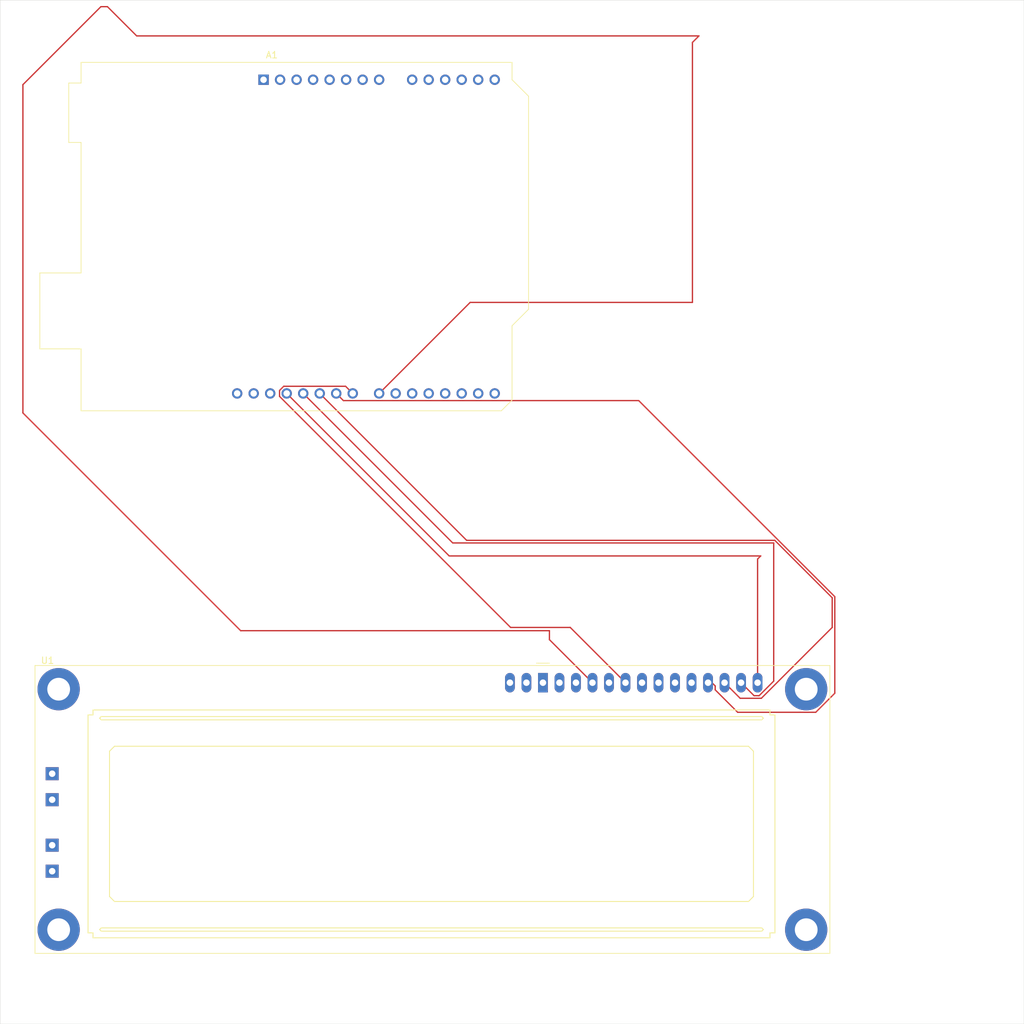
<source format=kicad_pcb>
(kicad_pcb (version 20240108) (generator "pcbnew") (generator_version "8.0")
  (layers (0 "F.Cu" signal) (31 "B.Cu" signal) (34 "B.Paste" user) (35 "F.Paste" user) (36 "B.SilkS" user "B.Silkscreen") (37 "F.SilkS" user "F.Silkscreen") (38 "B.Mask" user) (39 "F.Mask" user) (44 "Edge.Cuts" user))
  (net 0 "")
  (net 2 "Net-(A1-D8)")
  (net 3 "Net-(A1-D7)")
  (net 5 "Net-(A1-D12)")
  (net 10 "Net-(A1-D11)")
  (net 11 "Net-(A1-D2)")
  (net 17 "Net-(A1-D10)")
  (net 19 "Net-(A1-D9)")
  (net 23 "Net-(A1-D4)")
  (net 30 "Net-(A1-D3)")
  (footprint "Module:Arduino_UNO_R2" (layer "F.Cu") (at 54.52 38.24)
    (property "Reference" "A1" (at 1.27 -3.81 360) (layer "F.SilkS"))
    (property "Value" "Arduino_UNO_R2")
    (fp_line (start -34.42 29.72) (end -34.42 41.4) (stroke (width 0.12)) (layer "F.SilkS"))
    (fp_line (start -34.42 41.4) (end -28.07 41.4) (stroke (width 0.12)) (layer "F.SilkS"))
    (fp_line (start -29.97 0.51) (end -29.97 9.65) (stroke (width 0.12)) (layer "F.SilkS"))
    (fp_line (start -29.97 9.65) (end -28.07 9.65) (stroke (width 0.12)) (layer "F.SilkS"))
    (fp_line (start -28.07 -2.67) (end -28.07 0.51) (stroke (width 0.12)) (layer "F.SilkS"))
    (fp_line (start -28.07 0.51) (end -29.97 0.51) (stroke (width 0.12)) (layer "F.SilkS"))
    (fp_line (start -28.07 9.65) (end -28.07 29.72) (stroke (width 0.12)) (layer "F.SilkS"))
    (fp_line (start -28.07 29.72) (end -34.42 29.72) (stroke (width 0.12)) (layer "F.SilkS"))
    (fp_line (start -28.07 41.4) (end -28.07 50.93) (stroke (width 0.12)) (layer "F.SilkS"))
    (fp_line (start -28.07 50.93) (end 36.58 50.93) (stroke (width 0.12)) (layer "F.SilkS"))
    (fp_line (start 36.58 50.93) (end 38.23 49.28) (stroke (width 0.12)) (layer "F.SilkS"))
    (fp_line (start 38.23 -2.67) (end -28.07 -2.67) (stroke (width 0.12)) (layer "F.SilkS"))
    (fp_line (start 38.23 0) (end 38.23 -2.67) (stroke (width 0.12)) (layer "F.SilkS"))
    (fp_line (start 38.23 37.85) (end 40.77 35.31) (stroke (width 0.12)) (layer "F.SilkS"))
    (fp_line (start 38.23 49.28) (end 38.23 37.85) (stroke (width 0.12)) (layer "F.SilkS"))
    (fp_line (start 40.77 2.54) (end 38.23 0) (stroke (width 0.12)) (layer "F.SilkS"))
    (fp_line (start 40.77 35.31) (end 40.77 2.54) (stroke (width 0.12)) (layer "F.SilkS"))
    (pad "1" thru_hole rect (at 0 0 90) (size 1.6 1.6) (drill 1) (layers "*.Cu" "*.Mask"))
    (pad "2" thru_hole oval (at 2.54 0 90) (size 1.6 1.6) (drill 1) (layers "*.Cu" "*.Mask"))
    (pad "3" thru_hole oval (at 5.08 0 90) (size 1.6 1.6) (drill 1) (layers "*.Cu" "*.Mask"))
    (pad "4" thru_hole oval (at 7.62 0 90) (size 1.6 1.6) (drill 1) (layers "*.Cu" "*.Mask"))
    (pad "5" thru_hole oval (at 10.16 0 90) (size 1.6 1.6) (drill 1) (layers "*.Cu" "*.Mask"))
    (pad "6" thru_hole oval (at 12.7 0 90) (size 1.6 1.6) (drill 1) (layers "*.Cu" "*.Mask"))
    (pad "7" thru_hole oval (at 15.24 0 90) (size 1.6 1.6) (drill 1) (layers "*.Cu" "*.Mask"))
    (pad "8" thru_hole oval (at 17.78 0 90) (size 1.6 1.6) (drill 1) (layers "*.Cu" "*.Mask"))
    (pad "9" thru_hole oval (at 22.86 0 90) (size 1.6 1.6) (drill 1) (layers "*.Cu" "*.Mask"))
    (pad "10" thru_hole oval (at 25.4 0 90) (size 1.6 1.6) (drill 1) (layers "*.Cu" "*.Mask"))
    (pad "11" thru_hole oval (at 27.94 0 90) (size 1.6 1.6) (drill 1) (layers "*.Cu" "*.Mask"))
    (pad "12" thru_hole oval (at 30.48 0 90) (size 1.6 1.6) (drill 1) (layers "*.Cu" "*.Mask"))
    (pad "13" thru_hole oval (at 33.02 0 90) (size 1.6 1.6) (drill 1) (layers "*.Cu" "*.Mask"))
    (pad "14" thru_hole oval (at 35.56 0 90) (size 1.6 1.6) (drill 1) (layers "*.Cu" "*.Mask"))
    (pad "15" thru_hole oval (at 35.56 48.26 90) (size 1.6 1.6) (drill 1) (layers "*.Cu" "*.Mask"))
    (pad "16" thru_hole oval (at 33.02 48.26 90) (size 1.6 1.6) (drill 1) (layers "*.Cu" "*.Mask"))
    (pad "17" thru_hole oval (at 30.48 48.26 90) (size 1.6 1.6) (drill 1) (layers "*.Cu" "*.Mask") (net 11 "Net-(A1-D2)"))
    (pad "18" thru_hole oval (at 27.94 48.26 90) (size 1.6 1.6) (drill 1) (layers "*.Cu" "*.Mask") (net 30 "Net-(A1-D3)"))
    (pad "19" thru_hole oval (at 25.4 48.26 90) (size 1.6 1.6) (drill 1) (layers "*.Cu" "*.Mask") (net 23 "Net-(A1-D4)"))
    (pad "20" thru_hole oval (at 22.86 48.26 90) (size 1.6 1.6) (drill 1) (layers "*.Cu" "*.Mask"))
    (pad "21" thru_hole oval (at 20.32 48.26 90) (size 1.6 1.6) (drill 1) (layers "*.Cu" "*.Mask"))
    (pad "22" thru_hole oval (at 17.78 48.26 90) (size 1.6 1.6) (drill 1) (layers "*.Cu" "*.Mask") (net 3 "Net-(A1-D7)"))
    (pad "23" thru_hole oval (at 13.72 48.26 90) (size 1.6 1.6) (drill 1) (layers "*.Cu" "*.Mask") (net 2 "Net-(A1-D8)"))
    (pad "24" thru_hole oval (at 11.18 48.26 90) (size 1.6 1.6) (drill 1) (layers "*.Cu" "*.Mask") (net 19 "Net-(A1-D9)"))
    (pad "25" thru_hole oval (at 8.64 48.26 90) (size 1.6 1.6) (drill 1) (layers "*.Cu" "*.Mask") (net 17 "Net-(A1-D10)"))
    (pad "26" thru_hole oval (at 6.1 48.26 90) (size 1.6 1.6) (drill 1) (layers "*.Cu" "*.Mask") (net 10 "Net-(A1-D11)"))
    (pad "27" thru_hole oval (at 3.56 48.26 90) (size 1.6 1.6) (drill 1) (layers "*.Cu" "*.Mask") (net 5 "Net-(A1-D12)"))
    (pad "28" thru_hole oval (at 1.02 48.26 90) (size 1.6 1.6) (drill 1) (layers "*.Cu" "*.Mask"))
    (pad "29" thru_hole oval (at -1.52 48.26 90) (size 1.6 1.6) (drill 1) (layers "*.Cu" "*.Mask"))
    (pad "30" thru_hole oval (at -4.06 48.26 90) (size 1.6 1.6) (drill 1) (layers "*.Cu" "*.Mask"))
  )
  (footprint "Display:LCD-016N002L" (layer "F.Cu") (at 97.5 131)
    (property "Reference" "U1" (at -76.21 -3.41 180) (layer "F.SilkS"))
    (property "Value" "LCD-016N002L")
    (fp_line (start -78.14 -2.64) (end -78.14 41.64) (stroke (width 0.12)) (layer "F.SilkS"))
    (fp_line (start -78.14 41.64) (end 44.14 41.64) (stroke (width 0.12)) (layer "F.SilkS"))
    (fp_line (start -69.977 4.953) (end -69.977 38.481) (stroke (width 0.15)) (layer "F.SilkS"))
    (fp_line (start -69.215 4.191) (end -69.215 4.953) (stroke (width 0.15)) (layer "F.SilkS"))
    (fp_line (start -69.215 4.953) (end -69.977 4.953) (stroke (width 0.15)) (layer "F.SilkS"))
    (fp_line (start -69.215 38.481) (end -69.977 38.481) (stroke (width 0.15)) (layer "F.SilkS"))
    (fp_line (start -69.215 39.243) (end -69.215 38.481) (stroke (width 0.15)) (layer "F.SilkS"))
    (fp_line (start -69.215 39.243) (end 34.925 39.243) (stroke (width 0.15)) (layer "F.SilkS"))
    (fp_line (start -68.199 5.461) (end -67.945 5.715) (stroke (width 0.15)) (layer "F.SilkS"))
    (fp_line (start -68.199 37.973) (end -67.945 38.227) (stroke (width 0.15)) (layer "F.SilkS"))
    (fp_line (start -67.945 5.207) (end -68.199 5.461) (stroke (width 0.15)) (layer "F.SilkS"))
    (fp_line (start -67.945 5.715) (end 33.655 5.715) (stroke (width 0.15)) (layer "F.SilkS"))
    (fp_line (start -67.945 37.719) (end -68.199 37.973) (stroke (width 0.15)) (layer "F.SilkS"))
    (fp_line (start -67.945 38.227) (end 33.655 38.227) (stroke (width 0.15)) (layer "F.SilkS"))
    (fp_line (start -66.675 10.541) (end -65.913 9.779) (stroke (width 0.15)) (layer "F.SilkS"))
    (fp_line (start -66.675 32.893) (end -66.675 10.541) (stroke (width 0.15)) (layer "F.SilkS"))
    (fp_line (start -65.913 9.779) (end 31.623 9.779) (stroke (width 0.15)) (layer "F.SilkS"))
    (fp_line (start -65.913 33.655) (end -66.675 32.893) (stroke (width 0.15)) (layer "F.SilkS"))
    (fp_line (start -1 -3) (end 1 -3) (stroke (width 0.12)) (layer "F.SilkS"))
    (fp_line (start 31.623 9.779) (end 32.385 10.541) (stroke (width 0.15)) (layer "F.SilkS"))
    (fp_line (start 31.623 33.655) (end -65.913 33.655) (stroke (width 0.15)) (layer "F.SilkS"))
    (fp_line (start 32.385 10.541) (end 32.385 32.893) (stroke (width 0.15)) (layer "F.SilkS"))
    (fp_line (start 32.385 32.893) (end 31.623 33.655) (stroke (width 0.15)) (layer "F.SilkS"))
    (fp_line (start 33.655 5.207) (end -67.945 5.207) (stroke (width 0.15)) (layer "F.SilkS"))
    (fp_line (start 33.655 5.207) (end 33.909 5.461) (stroke (width 0.15)) (layer "F.SilkS"))
    (fp_line (start 33.655 37.719) (end -67.945 37.719) (stroke (width 0.15)) (layer "F.SilkS"))
    (fp_line (start 33.655 38.227) (end 33.909 37.973) (stroke (width 0.15)) (layer "F.SilkS"))
    (fp_line (start 33.909 5.461) (end 33.655 5.715) (stroke (width 0.15)) (layer "F.SilkS"))
    (fp_line (start 33.909 37.973) (end 33.655 37.719) (stroke (width 0.15)) (layer "F.SilkS"))
    (fp_line (start 34.925 4.191) (end -69.215 4.191) (stroke (width 0.15)) (layer "F.SilkS"))
    (fp_line (start 34.925 4.191) (end 34.925 4.953) (stroke (width 0.15)) (layer "F.SilkS"))
    (fp_line (start 34.925 4.953) (end 35.687 4.953) (stroke (width 0.15)) (layer "F.SilkS"))
    (fp_line (start 34.925 38.481) (end 34.925 39.243) (stroke (width 0.15)) (layer "F.SilkS"))
    (fp_line (start 35.687 38.481) (end 34.925 38.481) (stroke (width 0.15)) (layer "F.SilkS"))
    (fp_line (start 35.687 38.481) (end 35.687 4.953) (stroke (width 0.15)) (layer "F.SilkS"))
    (fp_line (start 44.14 -2.64) (end -78.14 -2.64) (stroke (width 0.12)) (layer "F.SilkS"))
    (fp_line (start 44.14 -2.64) (end 44.14 41.64) (stroke (width 0.12)) (layer "F.SilkS"))
    (pad "" thru_hole circle (at -74.5 1 180) (size 6.5 6.5) (drill 3.5) (layers "*.Cu" "*.Mask"))
    (pad "" thru_hole circle (at -74.5 38 180) (size 6.5 6.5) (drill 3.5) (layers "*.Cu" "*.Mask"))
    (pad "" thru_hole circle (at 40.5 1 180) (size 6.5 6.5) (drill 3.5) (layers "*.Cu" "*.Mask"))
    (pad "" thru_hole circle (at 40.5 38 180) (size 6.5 6.5) (drill 3.5) (layers "*.Cu" "*.Mask"))
    (pad "1" thru_hole rect (at 0 0 180) (size 1.5 3) (drill 1) (layers "*.Cu" "*.Mask"))
    (pad "2" thru_hole oval (at 2.54 0 180) (size 1.5 3) (drill 1) (layers "*.Cu" "*.Mask"))
    (pad "3" thru_hole oval (at 5.08 0 180) (size 1.5 3) (drill 1) (layers "*.Cu" "*.Mask"))
    (pad "4" thru_hole oval (at 7.62 0 180) (size 1.5 3) (drill 1) (layers "*.Cu" "*.Mask") (net 3 "Net-(A1-D7)"))
    (pad "5" thru_hole oval (at 10.16 0 180) (size 1.5 3) (drill 1) (layers "*.Cu" "*.Mask"))
    (pad "6" thru_hole oval (at 12.7 0 180) (size 1.5 3) (drill 1) (layers "*.Cu" "*.Mask") (net 2 "Net-(A1-D8)"))
    (pad "7" thru_hole oval (at 15.24 0 180) (size 1.5 3) (drill 1) (layers "*.Cu" "*.Mask"))
    (pad "8" thru_hole oval (at 17.78 0 180) (size 1.5 3) (drill 1) (layers "*.Cu" "*.Mask"))
    (pad "9" thru_hole oval (at 20.32 0 180) (size 1.5 3) (drill 1) (layers "*.Cu" "*.Mask"))
    (pad "10" thru_hole oval (at 22.86 0 180) (size 1.5 3) (drill 1) (layers "*.Cu" "*.Mask"))
    (pad "11" thru_hole oval (at 25.4 0 180) (size 1.5 3) (drill 1) (layers "*.Cu" "*.Mask") (net 19 "Net-(A1-D9)"))
    (pad "12" thru_hole oval (at 27.94 0 180) (size 1.5 3) (drill 1) (layers "*.Cu" "*.Mask") (net 17 "Net-(A1-D10)"))
    (pad "13" thru_hole oval (at 30.48 0 180) (size 1.5 3) (drill 1) (layers "*.Cu" "*.Mask") (net 10 "Net-(A1-D11)"))
    (pad "14" thru_hole oval (at 33.02 0 180) (size 1.5 3) (drill 1) (layers "*.Cu" "*.Mask") (net 5 "Net-(A1-D12)"))
    (pad "15" thru_hole oval (at -2.54 0 180) (size 1.5 3) (drill 1) (layers "*.Cu" "*.Mask"))
    (pad "16" thru_hole oval (at -5.08 0 180) (size 1.5 3) (drill 1) (layers "*.Cu" "*.Mask"))
    (pad "A1" thru_hole rect (at -75.5 14 180) (size 2 2) (drill 1) (layers "*.Cu" "*.Mask"))
    (pad "A2" thru_hole rect (at -75.5 25 180) (size 2 2) (drill 1) (layers "*.Cu" "*.Mask"))
    (pad "K1" thru_hole rect (at -75.5 18 180) (size 2 2) (drill 1) (layers "*.Cu" "*.Mask"))
    (pad "K2" thru_hole rect (at -75.5 29 180) (size 2 2) (drill 1) (layers "*.Cu" "*.Mask"))
  )
  (gr_rect (start 14 26) (end 171.5 183.5) (stroke (width 0.05)) (fill none) (layer "Edge.Cuts"))
  (segment (start 57.624365 85.4) (end 67.14 85.4) (width 0.2) (layer "F.Cu") (net 2))
  (segment (start 56.98 86.044365) (end 57.624365 85.4) (width 0.2) (layer "F.Cu") (net 2))
  (segment (start 101.7 122.5) (end 92.524365 122.5) (width 0.2) (layer "F.Cu") (net 2))
  (segment (start 92.524365 122.5) (end 56.98 86.955635) (width 0.2) (layer "F.Cu") (net 2))
  (segment (start 56.98 86.955635) (end 56.98 86.044365) (width 0.2) (layer "F.Cu") (net 2))
  (segment (start 110.2 131) (end 101.7 122.5) (width 0.2) (layer "F.Cu") (net 2))
  (segment (start 67.14 85.4) (end 68.24 86.5) (width 0.2) (layer "F.Cu") (net 2))
  (segment (start 120.5 72.5) (end 120.5 32.5) (width 0.2) (layer "F.Cu") (net 3))
  (segment (start 17.5 89.5) (end 51 123) (width 0.2) (layer "F.Cu") (net 3))
  (segment (start 51 123) (end 98.5 123) (width 0.2) (layer "F.Cu") (net 3))
  (segment (start 98.5 124.38) (end 105.12 131) (width 0.2) (layer "F.Cu") (net 3))
  (segment (start 72.3 86.5) (end 86.3 72.5) (width 0.2) (layer "F.Cu") (net 3))
  (segment (start 121.5 31.5) (end 35 31.5) (width 0.2) (layer "F.Cu") (net 3))
  (segment (start 120.5 32.5) (end 121.5 31.5) (width 0.2) (layer "F.Cu") (net 3))
  (segment (start 98.5 123) (end 98.5 124.38) (width 0.2) (layer "F.Cu") (net 3))
  (segment (start 35 31.5) (end 30.5 27) (width 0.2) (layer "F.Cu") (net 3))
  (segment (start 86.3 72.5) (end 120.5 72.5) (width 0.2) (layer "F.Cu") (net 3))
  (segment (start 17.5 39) (end 17.5 89.5) (width 0.2) (layer "F.Cu") (net 3))
  (segment (start 29.5 27) (end 17.5 39) (width 0.2) (layer "F.Cu") (net 3))
  (segment (start 30.5 27) (end 29.5 27) (width 0.2) (layer "F.Cu") (net 3))
  (segment (start 130.52 111.98) (end 130.52 131) (width 0.2) (layer "F.Cu") (net 5))
  (segment (start 131 111.5) (end 130.52 111.98) (width 0.2) (layer "F.Cu") (net 5))
  (segment (start 83.08 111.5) (end 131 111.5) (width 0.2) (layer "F.Cu") (net 5))
  (segment (start 58.08 86.5) (end 83.08 111.5) (width 0.2) (layer "F.Cu") (net 5))
  (segment (start 130.754924 133) (end 129.98 133) (width 0.2) (layer "F.Cu") (net 10))
  (segment (start 83.62 109.5) (end 133 109.5) (width 0.2) (layer "F.Cu") (net 10))
  (segment (start 60.62 86.5) (end 83.62 109.5) (width 0.2) (layer "F.Cu") (net 10))
  (segment (start 133 109.5) (end 133 130.754924) (width 0.2) (layer "F.Cu") (net 10))
  (segment (start 133 130.754924) (end 130.754924 133) (width 0.2) (layer "F.Cu") (net 10))
  (segment (start 129.98 133) (end 127.98 131) (width 0.2) (layer "F.Cu") (net 10))
  (segment (start 131.1 133.4) (end 127.84 133.4) (width 0.2) (layer "F.Cu") (net 17))
  (segment (start 85.76 109.1) (end 133.165685 109.1) (width 0.2) (layer "F.Cu") (net 17))
  (segment (start 142 117.934315) (end 142 122.5) (width 0.2) (layer "F.Cu") (net 17))
  (segment (start 63.16 86.5) (end 85.76 109.1) (width 0.2) (layer "F.Cu") (net 17))
  (segment (start 127.84 133.4) (end 125.44 131) (width 0.2) (layer "F.Cu") (net 17))
  (segment (start 133.165685 109.1) (end 142 117.934315) (width 0.2) (layer "F.Cu") (net 17))
  (segment (start 142 122.5) (end 131.1 133.4) (width 0.2) (layer "F.Cu") (net 17))
  (segment (start 124 132.1) (end 124 131.5) (width 0.2) (layer "F.Cu") (net 19))
  (segment (start 66.8 87.6) (end 112.231371 87.6) (width 0.2) (layer "F.Cu") (net 19))
  (segment (start 124 131.5) (end 123.5 131) (width 0.2) (layer "F.Cu") (net 19))
  (segment (start 142.4 132.620459) (end 139.470459 135.55) (width 0.2) (layer "F.Cu") (net 19))
  (segment (start 142.4 117.768629) (end 142.4 132.620459) (width 0.2) (layer "F.Cu") (net 19))
  (segment (start 65.7 86.5) (end 66.8 87.6) (width 0.2) (layer "F.Cu") (net 19))
  (segment (start 112.231371 87.6) (end 142.4 117.768629) (width 0.2) (layer "F.Cu") (net 19))
  (segment (start 139.470459 135.55) (end 127.45 135.55) (width 0.2) (layer "F.Cu") (net 19))
  (segment (start 127.45 135.55) (end 124 132.1) (width 0.2) (layer "F.Cu") (net 19))
  (segment (start 123.5 131) (end 122.9 131) (width 0.2) (layer "F.Cu") (net 19))
)
</source>
